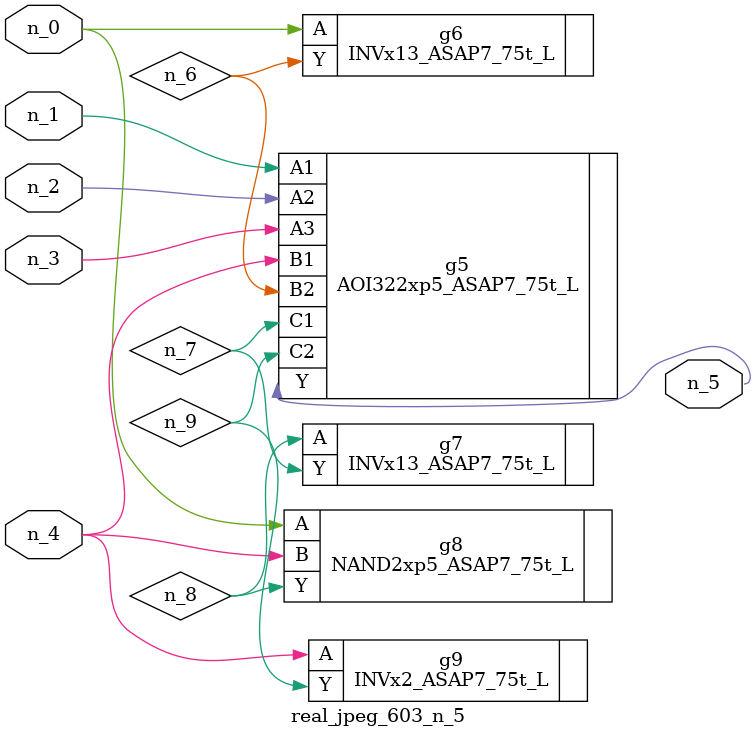
<source format=v>
module real_jpeg_603_n_5 (n_4, n_0, n_1, n_2, n_3, n_5);

input n_4;
input n_0;
input n_1;
input n_2;
input n_3;

output n_5;

wire n_8;
wire n_6;
wire n_7;
wire n_9;

INVx13_ASAP7_75t_L g6 ( 
.A(n_0),
.Y(n_6)
);

NAND2xp5_ASAP7_75t_L g8 ( 
.A(n_0),
.B(n_4),
.Y(n_8)
);

AOI322xp5_ASAP7_75t_L g5 ( 
.A1(n_1),
.A2(n_2),
.A3(n_3),
.B1(n_4),
.B2(n_6),
.C1(n_7),
.C2(n_9),
.Y(n_5)
);

INVx2_ASAP7_75t_L g9 ( 
.A(n_4),
.Y(n_9)
);

INVx13_ASAP7_75t_L g7 ( 
.A(n_8),
.Y(n_7)
);


endmodule
</source>
